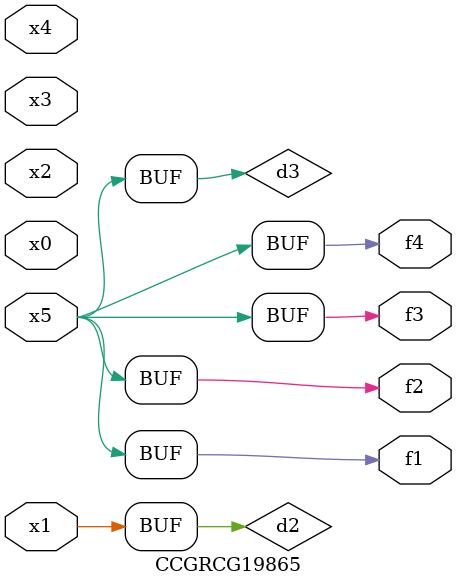
<source format=v>
module CCGRCG19865(
	input x0, x1, x2, x3, x4, x5,
	output f1, f2, f3, f4
);

	wire d1, d2, d3;

	not (d1, x5);
	or (d2, x1);
	xnor (d3, d1);
	assign f1 = d3;
	assign f2 = d3;
	assign f3 = d3;
	assign f4 = d3;
endmodule

</source>
